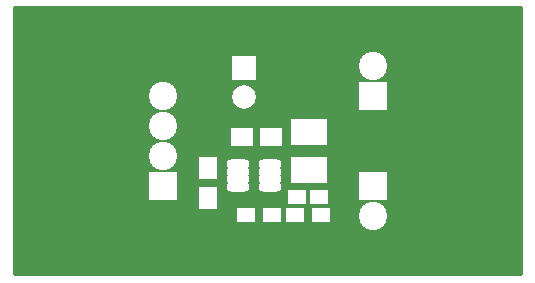
<source format=gbr>
G04 #@! TF.FileFunction,Legend,Top*
%FSLAX46Y46*%
G04 Gerber Fmt 4.6, Leading zero omitted, Abs format (unit mm)*
G04 Created by KiCad (PCBNEW 4.0.7) date 04/01/18 13:37:29*
%MOMM*%
%LPD*%
G01*
G04 APERTURE LIST*
%ADD10C,0.100000*%
%ADD11C,0.120000*%
%ADD12C,0.150000*%
%ADD13C,0.300000*%
%ADD14O,1.960000X0.780000*%
%ADD15R,2.400000X2.400000*%
%ADD16C,2.400000*%
%ADD17R,3.100000X2.200000*%
%ADD18R,1.650000X1.900000*%
%ADD19R,1.600000X1.150000*%
%ADD20R,1.900000X1.650000*%
%ADD21R,2.000000X2.000000*%
%ADD22C,2.000000*%
%ADD23R,1.600000X1.300000*%
G04 APERTURE END LIST*
D10*
D11*
X126228095Y-114993000D02*
X128028095Y-114993000D01*
X128028095Y-111773000D02*
X125078095Y-111773000D01*
X133280000Y-110300000D02*
X133280000Y-112300000D01*
X130320000Y-112300000D02*
X130320000Y-110300000D01*
X124040000Y-114546000D02*
X124040000Y-113546000D01*
X122340000Y-113546000D02*
X122340000Y-114546000D01*
X131350000Y-114600000D02*
X132050000Y-114600000D01*
X132050000Y-115800000D02*
X131350000Y-115800000D01*
X126800000Y-110950000D02*
X127800000Y-110950000D01*
X127800000Y-109250000D02*
X126800000Y-109250000D01*
X131200000Y-116020000D02*
X132200000Y-116020000D01*
X132200000Y-117380000D02*
X131200000Y-117380000D01*
X127000000Y-116020000D02*
X128000000Y-116020000D01*
X128000000Y-117380000D02*
X127000000Y-117380000D01*
X136990000Y-112880000D02*
X138580000Y-112880000D01*
X138580000Y-112880000D02*
X138580000Y-118260000D01*
X138580000Y-118260000D02*
X135740000Y-118260000D01*
X135740000Y-118260000D02*
X135740000Y-114130000D01*
X136890000Y-112630000D02*
X135490000Y-112630000D01*
X135490000Y-112630000D02*
X135490000Y-114030000D01*
D12*
X126366190Y-110335381D02*
X126366190Y-111144905D01*
X126413809Y-111240143D01*
X126461428Y-111287762D01*
X126556666Y-111335381D01*
X126747143Y-111335381D01*
X126842381Y-111287762D01*
X126890000Y-111240143D01*
X126937619Y-111144905D01*
X126937619Y-110335381D01*
X127937619Y-111335381D02*
X127366190Y-111335381D01*
X127651904Y-111335381D02*
X127651904Y-110335381D01*
X127556666Y-110478238D01*
X127461428Y-110573476D01*
X127366190Y-110621095D01*
X129552381Y-111466666D02*
X129552381Y-111942857D01*
X128552381Y-111942857D01*
X129552381Y-110609523D02*
X129552381Y-111180952D01*
X129552381Y-110895238D02*
X128552381Y-110895238D01*
X128695238Y-110990476D01*
X128790476Y-111085714D01*
X128838095Y-111180952D01*
X125297143Y-114212666D02*
X125344762Y-114260285D01*
X125392381Y-114403142D01*
X125392381Y-114498380D01*
X125344762Y-114641238D01*
X125249524Y-114736476D01*
X125154286Y-114784095D01*
X124963810Y-114831714D01*
X124820952Y-114831714D01*
X124630476Y-114784095D01*
X124535238Y-114736476D01*
X124440000Y-114641238D01*
X124392381Y-114498380D01*
X124392381Y-114403142D01*
X124440000Y-114260285D01*
X124487619Y-114212666D01*
X125392381Y-113260285D02*
X125392381Y-113831714D01*
X125392381Y-113546000D02*
X124392381Y-113546000D01*
X124535238Y-113641238D01*
X124630476Y-113736476D01*
X124678095Y-113831714D01*
X131533334Y-114307143D02*
X131485715Y-114354762D01*
X131342858Y-114402381D01*
X131247620Y-114402381D01*
X131104762Y-114354762D01*
X131009524Y-114259524D01*
X130961905Y-114164286D01*
X130914286Y-113973810D01*
X130914286Y-113830952D01*
X130961905Y-113640476D01*
X131009524Y-113545238D01*
X131104762Y-113450000D01*
X131247620Y-113402381D01*
X131342858Y-113402381D01*
X131485715Y-113450000D01*
X131533334Y-113497619D01*
X131914286Y-113497619D02*
X131961905Y-113450000D01*
X132057143Y-113402381D01*
X132295239Y-113402381D01*
X132390477Y-113450000D01*
X132438096Y-113497619D01*
X132485715Y-113592857D01*
X132485715Y-113688095D01*
X132438096Y-113830952D01*
X131866667Y-114402381D01*
X132485715Y-114402381D01*
X127133334Y-112207143D02*
X127085715Y-112254762D01*
X126942858Y-112302381D01*
X126847620Y-112302381D01*
X126704762Y-112254762D01*
X126609524Y-112159524D01*
X126561905Y-112064286D01*
X126514286Y-111873810D01*
X126514286Y-111730952D01*
X126561905Y-111540476D01*
X126609524Y-111445238D01*
X126704762Y-111350000D01*
X126847620Y-111302381D01*
X126942858Y-111302381D01*
X127085715Y-111350000D01*
X127133334Y-111397619D01*
X127466667Y-111302381D02*
X128085715Y-111302381D01*
X127752381Y-111683333D01*
X127895239Y-111683333D01*
X127990477Y-111730952D01*
X128038096Y-111778571D01*
X128085715Y-111873810D01*
X128085715Y-112111905D01*
X128038096Y-112207143D01*
X127990477Y-112254762D01*
X127895239Y-112302381D01*
X127609524Y-112302381D01*
X127514286Y-112254762D01*
X127466667Y-112207143D01*
X131533334Y-118602381D02*
X131200000Y-118126190D01*
X130961905Y-118602381D02*
X130961905Y-117602381D01*
X131342858Y-117602381D01*
X131438096Y-117650000D01*
X131485715Y-117697619D01*
X131533334Y-117792857D01*
X131533334Y-117935714D01*
X131485715Y-118030952D01*
X131438096Y-118078571D01*
X131342858Y-118126190D01*
X130961905Y-118126190D01*
X132485715Y-118602381D02*
X131914286Y-118602381D01*
X132200000Y-118602381D02*
X132200000Y-117602381D01*
X132104762Y-117745238D01*
X132009524Y-117840476D01*
X131914286Y-117888095D01*
X127333334Y-118602381D02*
X127000000Y-118126190D01*
X126761905Y-118602381D02*
X126761905Y-117602381D01*
X127142858Y-117602381D01*
X127238096Y-117650000D01*
X127285715Y-117697619D01*
X127333334Y-117792857D01*
X127333334Y-117935714D01*
X127285715Y-118030952D01*
X127238096Y-118078571D01*
X127142858Y-118126190D01*
X126761905Y-118126190D01*
X127714286Y-117697619D02*
X127761905Y-117650000D01*
X127857143Y-117602381D01*
X128095239Y-117602381D01*
X128190477Y-117650000D01*
X128238096Y-117697619D01*
X128285715Y-117792857D01*
X128285715Y-117888095D01*
X128238096Y-118030952D01*
X127666667Y-118602381D01*
X128285715Y-118602381D01*
X134342381Y-115903333D02*
X135056667Y-115903333D01*
X135199524Y-115950953D01*
X135294762Y-116046191D01*
X135342381Y-116189048D01*
X135342381Y-116284286D01*
X134437619Y-115474762D02*
X134390000Y-115427143D01*
X134342381Y-115331905D01*
X134342381Y-115093809D01*
X134390000Y-114998571D01*
X134437619Y-114950952D01*
X134532857Y-114903333D01*
X134628095Y-114903333D01*
X134770952Y-114950952D01*
X135342381Y-115522381D01*
X135342381Y-114903333D01*
D13*
G36*
X149710000Y-121770000D02*
X106830000Y-121770000D01*
X106830000Y-99210000D01*
X149710000Y-99210000D01*
X149710000Y-121770000D01*
X149710000Y-121770000D01*
G37*
X149710000Y-121770000D02*
X106830000Y-121770000D01*
X106830000Y-99210000D01*
X149710000Y-99210000D01*
X149710000Y-121770000D01*
%LPC*%
D14*
X125778095Y-112403000D03*
X125778095Y-113053000D03*
X125778095Y-113713000D03*
X125778095Y-114363000D03*
X128478095Y-114363000D03*
X128478095Y-113713000D03*
X128478095Y-113053000D03*
X128478095Y-112403000D03*
D15*
X137160000Y-106680000D03*
D16*
X137160000Y-104140000D03*
D17*
X131800000Y-112900000D03*
X131800000Y-109700000D03*
D18*
X123190000Y-112796000D03*
X123190000Y-115296000D03*
D19*
X130750000Y-115200000D03*
X132650000Y-115200000D03*
D20*
X128550000Y-110100000D03*
X126050000Y-110100000D03*
D21*
X126238000Y-104267000D03*
D22*
X126238000Y-106767000D03*
D15*
X119380000Y-114300000D03*
D16*
X119380000Y-111760000D03*
X119380000Y-109220000D03*
X119380000Y-106680000D03*
D23*
X132800000Y-116700000D03*
X130600000Y-116700000D03*
X128600000Y-116700000D03*
X126400000Y-116700000D03*
D15*
X137160000Y-114300000D03*
D16*
X137160000Y-116840000D03*
M02*

</source>
